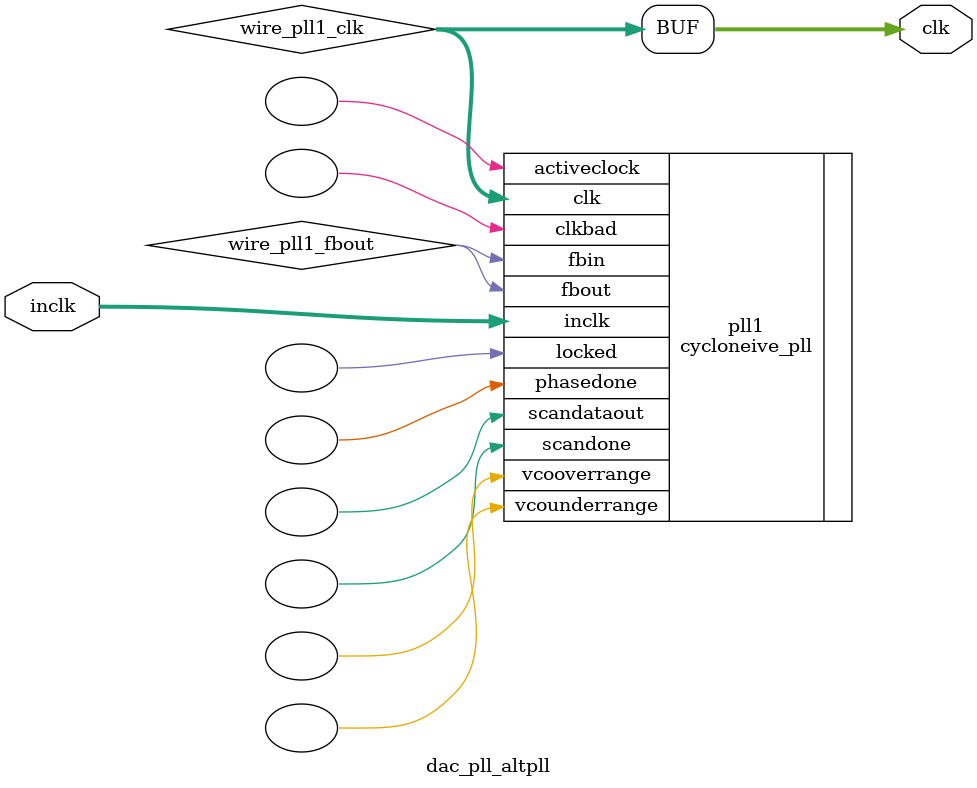
<source format=v>
module  dac_pll_altpll
	(
	clk,
	inclk) /* synthesis synthesis_clearbox=1 */;
	output   [4:0]  clk;
	input   [1:0]  inclk;
`ifndef ALTERA_RESERVED_QIS
// synopsys translate_off
`endif
	tri0   [1:0]  inclk;
`ifndef ALTERA_RESERVED_QIS
// synopsys translate_on
`endif
	wire  [4:0]   wire_pll1_clk;
	wire  wire_pll1_fbout;
	cycloneive_pll   pll1
	(
	.activeclock(),
	.clk(wire_pll1_clk),
	.clkbad(),
	.fbin(wire_pll1_fbout),
	.fbout(wire_pll1_fbout),
	.inclk(inclk),
	.locked(),
	.phasedone(),
	.scandataout(),
	.scandone(),
	.vcooverrange(),
	.vcounderrange()
	`ifndef FORMAL_VERIFICATION
	// synopsys translate_off
	`endif
	,
	.areset(1'b0),
	.clkswitch(1'b0),
	.configupdate(1'b0),
	.pfdena(1'b1),
	.phasecounterselect({3{1'b0}}),
	.phasestep(1'b0),
	.phaseupdown(1'b0),
	.scanclk(1'b0),
	.scanclkena(1'b1),
	.scandata(1'b0)
	`ifndef FORMAL_VERIFICATION
	// synopsys translate_on
	`endif
	);
	defparam
		pll1.bandwidth_type = "auto",
		pll1.clk0_divide_by = 25,
		pll1.clk0_duty_cycle = 50,
		pll1.clk0_multiply_by = 1,
		pll1.clk0_phase_shift = "0",
		pll1.compensate_clock = "clk0",
		pll1.inclk0_input_frequency = 20000,
		pll1.operation_mode = "normal",
		pll1.pll_type = "auto",
		pll1.lpm_type = "cycloneive_pll";
	assign
		clk = {wire_pll1_clk[4:0]};
endmodule
</source>
